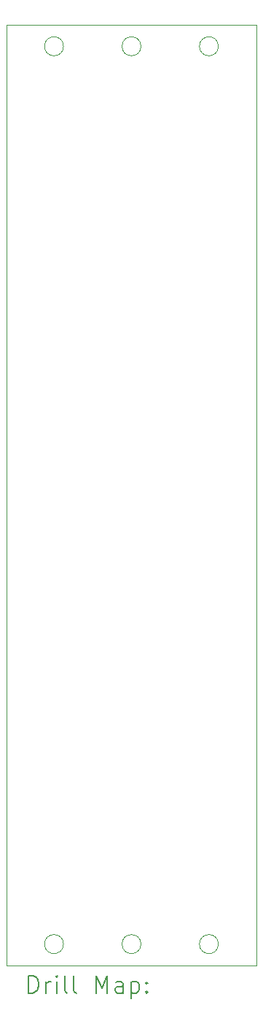
<source format=gbr>
%TF.GenerationSoftware,KiCad,Pcbnew,7.0.5*%
%TF.CreationDate,2023-06-02T13:02:38-04:00*%
%TF.ProjectId,SIDE,53494445-2e6b-4696-9361-645f70636258,rev?*%
%TF.SameCoordinates,Original*%
%TF.FileFunction,Drillmap*%
%TF.FilePolarity,Positive*%
%FSLAX45Y45*%
G04 Gerber Fmt 4.5, Leading zero omitted, Abs format (unit mm)*
G04 Created by KiCad (PCBNEW 7.0.5) date 2023-06-02 13:02:38*
%MOMM*%
%LPD*%
G01*
G04 APERTURE LIST*
%ADD10C,0.100000*%
%ADD11C,0.200000*%
G04 APERTURE END LIST*
D10*
X16622000Y-15021802D02*
X13722000Y-15021802D01*
X16622000Y-4121802D02*
X13722000Y-4121802D01*
X15282000Y-14771802D02*
G75*
G03*
X15282000Y-14771802I-110000J0D01*
G01*
X16622000Y-4121802D02*
X16622000Y-15021802D01*
X16182000Y-14771802D02*
G75*
G03*
X16182000Y-14771802I-110000J0D01*
G01*
X14382000Y-14771802D02*
G75*
G03*
X14382000Y-14771802I-110000J0D01*
G01*
X14382000Y-4371802D02*
G75*
G03*
X14382000Y-4371802I-110000J0D01*
G01*
X16182000Y-4371802D02*
G75*
G03*
X16182000Y-4371802I-110000J0D01*
G01*
X13722000Y-4121802D02*
X13722000Y-15021802D01*
X15282000Y-4371802D02*
G75*
G03*
X15282000Y-4371802I-110000J0D01*
G01*
D11*
X13977777Y-15338286D02*
X13977777Y-15138286D01*
X13977777Y-15138286D02*
X14025396Y-15138286D01*
X14025396Y-15138286D02*
X14053967Y-15147810D01*
X14053967Y-15147810D02*
X14073015Y-15166857D01*
X14073015Y-15166857D02*
X14082539Y-15185905D01*
X14082539Y-15185905D02*
X14092062Y-15224000D01*
X14092062Y-15224000D02*
X14092062Y-15252572D01*
X14092062Y-15252572D02*
X14082539Y-15290667D01*
X14082539Y-15290667D02*
X14073015Y-15309714D01*
X14073015Y-15309714D02*
X14053967Y-15328762D01*
X14053967Y-15328762D02*
X14025396Y-15338286D01*
X14025396Y-15338286D02*
X13977777Y-15338286D01*
X14177777Y-15338286D02*
X14177777Y-15204953D01*
X14177777Y-15243048D02*
X14187301Y-15224000D01*
X14187301Y-15224000D02*
X14196824Y-15214476D01*
X14196824Y-15214476D02*
X14215872Y-15204953D01*
X14215872Y-15204953D02*
X14234920Y-15204953D01*
X14301586Y-15338286D02*
X14301586Y-15204953D01*
X14301586Y-15138286D02*
X14292062Y-15147810D01*
X14292062Y-15147810D02*
X14301586Y-15157334D01*
X14301586Y-15157334D02*
X14311110Y-15147810D01*
X14311110Y-15147810D02*
X14301586Y-15138286D01*
X14301586Y-15138286D02*
X14301586Y-15157334D01*
X14425396Y-15338286D02*
X14406348Y-15328762D01*
X14406348Y-15328762D02*
X14396824Y-15309714D01*
X14396824Y-15309714D02*
X14396824Y-15138286D01*
X14530158Y-15338286D02*
X14511110Y-15328762D01*
X14511110Y-15328762D02*
X14501586Y-15309714D01*
X14501586Y-15309714D02*
X14501586Y-15138286D01*
X14758729Y-15338286D02*
X14758729Y-15138286D01*
X14758729Y-15138286D02*
X14825396Y-15281143D01*
X14825396Y-15281143D02*
X14892062Y-15138286D01*
X14892062Y-15138286D02*
X14892062Y-15338286D01*
X15073015Y-15338286D02*
X15073015Y-15233524D01*
X15073015Y-15233524D02*
X15063491Y-15214476D01*
X15063491Y-15214476D02*
X15044443Y-15204953D01*
X15044443Y-15204953D02*
X15006348Y-15204953D01*
X15006348Y-15204953D02*
X14987301Y-15214476D01*
X15073015Y-15328762D02*
X15053967Y-15338286D01*
X15053967Y-15338286D02*
X15006348Y-15338286D01*
X15006348Y-15338286D02*
X14987301Y-15328762D01*
X14987301Y-15328762D02*
X14977777Y-15309714D01*
X14977777Y-15309714D02*
X14977777Y-15290667D01*
X14977777Y-15290667D02*
X14987301Y-15271619D01*
X14987301Y-15271619D02*
X15006348Y-15262095D01*
X15006348Y-15262095D02*
X15053967Y-15262095D01*
X15053967Y-15262095D02*
X15073015Y-15252572D01*
X15168253Y-15204953D02*
X15168253Y-15404953D01*
X15168253Y-15214476D02*
X15187301Y-15204953D01*
X15187301Y-15204953D02*
X15225396Y-15204953D01*
X15225396Y-15204953D02*
X15244443Y-15214476D01*
X15244443Y-15214476D02*
X15253967Y-15224000D01*
X15253967Y-15224000D02*
X15263491Y-15243048D01*
X15263491Y-15243048D02*
X15263491Y-15300191D01*
X15263491Y-15300191D02*
X15253967Y-15319238D01*
X15253967Y-15319238D02*
X15244443Y-15328762D01*
X15244443Y-15328762D02*
X15225396Y-15338286D01*
X15225396Y-15338286D02*
X15187301Y-15338286D01*
X15187301Y-15338286D02*
X15168253Y-15328762D01*
X15349205Y-15319238D02*
X15358729Y-15328762D01*
X15358729Y-15328762D02*
X15349205Y-15338286D01*
X15349205Y-15338286D02*
X15339682Y-15328762D01*
X15339682Y-15328762D02*
X15349205Y-15319238D01*
X15349205Y-15319238D02*
X15349205Y-15338286D01*
X15349205Y-15214476D02*
X15358729Y-15224000D01*
X15358729Y-15224000D02*
X15349205Y-15233524D01*
X15349205Y-15233524D02*
X15339682Y-15224000D01*
X15339682Y-15224000D02*
X15349205Y-15214476D01*
X15349205Y-15214476D02*
X15349205Y-15233524D01*
M02*

</source>
